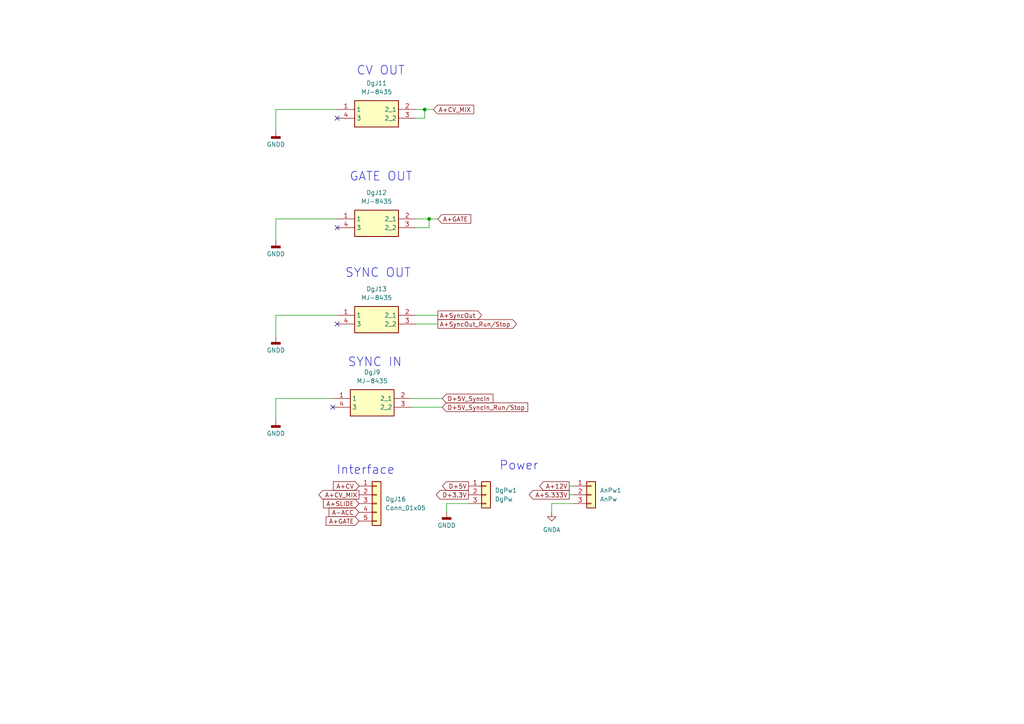
<source format=kicad_sch>
(kicad_sch (version 20231120) (generator "eeschema") (generator_version "8.0")
  (paper "A4")
  (lib_symbols
    (symbol "Connector_Generic:Conn_01x03" (pin_names (offset 1.016) hide)
      (property "Reference" "J" (at 0 5.08 0))
      (property "Value" "Conn_01x03" (at 0 -5.08 0))
      (symbol "Conn_01x03_1_1"
        (rectangle (start -1.27 -2.413) (end 0 -2.667) (stroke (width 0.1524)))
        (rectangle (start -1.27 0.127) (end 0 -0.127) (stroke (width 0.1524)))
        (rectangle (start -1.27 2.667) (end 0 2.413) (stroke (width 0.1524)))
        (rectangle (start -1.27 3.81) (end 1.27 -3.81) (stroke (width 0.254)) (fill (type background)))
        (pin passive line (at -5.08 2.54 0) (length 3.81) (name "Pin_1") (number "1"))
        (pin passive line (at -5.08 0 0) (length 3.81) (name "Pin_2") (number "2"))
        (pin passive line (at -5.08 -2.54 0) (length 3.81) (name "Pin_3") (number "3"))
      )
    )
    (symbol "Connector_Generic:Conn_01x05" (pin_names (offset 1.016) hide)
      (property "Reference" "J" (at 0 7.62 0))
      (property "Value" "Conn_01x05" (at 0 -7.62 0))
      (symbol "Conn_01x05_1_1"
        (rectangle (start -1.27 -4.953) (end 0 -5.207) (stroke (width 0.1524)))
        (rectangle (start -1.27 -2.413) (end 0 -2.667) (stroke (width 0.1524)))
        (rectangle (start -1.27 0.127) (end 0 -0.127) (stroke (width 0.1524)))
        (rectangle (start -1.27 2.667) (end 0 2.413) (stroke (width 0.1524)))
        (rectangle (start -1.27 5.207) (end 0 4.953) (stroke (width 0.1524)))
        (rectangle (start -1.27 6.35) (end 1.27 -6.35) (stroke (width 0.254)) (fill (type background)))
        (pin passive line (at -5.08 5.08 0) (length 3.81) (name "Pin_1") (number "1"))
        (pin passive line (at -5.08 2.54 0) (length 3.81) (name "Pin_2") (number "2"))
        (pin passive line (at -5.08 0 0) (length 3.81) (name "Pin_3") (number "3"))
        (pin passive line (at -5.08 -2.54 0) (length 3.81) (name "Pin_4") (number "4"))
        (pin passive line (at -5.08 -5.08 0) (length 3.81) (name "Pin_5") (number "5"))
      )
    )
    (symbol "SamacSys_Parts:MJ-8435"
      (property "Reference" "J" (at 19.05 7.62 0))
      (property "Value" "MJ-8435" (at 19.05 5.08 0))
      (symbol "MJ-8435_1_1"
        (rectangle (start 5.08 2.54) (end 17.78 -5.08) (stroke (width 0.254)) (fill (type background)))
        (pin passive line (at 0 0 0) (length 5.08) (name "1") (number "1"))
        (pin passive line (at 22.86 0 180) (length 5.08) (name "2_1") (number "2"))
        (pin passive line (at 22.86 -2.54 180) (length 5.08) (name "2_2") (number "3"))
        (pin passive line (at 0 -2.54 0) (length 5.08) (name "3") (number "4"))
      )
    )
    (symbol "power:GNDA" (power) (pin_numbers hide) (pin_names (offset 0) hide)
      (property "Value" "GNDA" (at 0 -3.81 0))
      (symbol "GNDA_0_1"
        (polyline (pts (xy 0 0) (xy 0 -1.27) (xy 1.27 -1.27) (xy 0 -2.54) (xy -1.27 -1.27) (xy 0 -1.27)))
      )
      (symbol "GNDA_1_1"
        (pin power_in line (at 0 0 270) (length 0) (name "~") (number "1"))
      )
    )
    (symbol "power:GNDD" (power) (pin_numbers hide) (pin_names (offset 0) hide)
      (property "Value" "GNDD" (at 0 -3.175 0))
      (symbol "GNDD_0_1"
        (rectangle (start -1.27 -1.524) (end 1.27 -2.032) (stroke (width 0.254)) (fill (type outline)))
        (polyline (pts (xy 0 0) (xy 0 -1.524)))
      )
      (symbol "GNDD_1_1"
        (pin power_in line (at 0 0 270) (length 0) (name "~") (number "1"))
      )
    )
  )
  (junction (at 123.19 31.75))
  (junction (at 124.46 63.5))
  (no_connect (at 97.79 93.98))
  (no_connect (at 97.79 34.29))
  (no_connect (at 97.79 66.04))
  (no_connect (at 96.52 118.11))
  (wire (pts (xy 123.19 34.29) (xy 123.19 31.75)))
  (wire (pts (xy 165.1 140.97) (xy 166.37 140.97)))
  (wire (pts (xy 80.01 63.5) (xy 80.01 69.85)))
  (wire (pts (xy 128.27 118.11) (xy 119.38 118.11)))
  (wire (pts (xy 80.01 31.75) (xy 80.01 38.1)))
  (wire (pts (xy 97.79 31.75) (xy 80.01 31.75)))
  (wire (pts (xy 97.79 63.5) (xy 80.01 63.5)))
  (wire (pts (xy 120.65 91.44) (xy 127 91.44)))
  (wire (pts (xy 124.46 63.5) (xy 127 63.5)))
  (wire (pts (xy 135.89 146.05) (xy 129.54 146.05)))
  (wire (pts (xy 160.02 146.05) (xy 160.02 148.59)))
  (wire (pts (xy 96.52 115.57) (xy 80.01 115.57)))
  (wire (pts (xy 125.73 31.75) (xy 123.19 31.75)))
  (wire (pts (xy 80.01 115.57) (xy 80.01 121.92)))
  (wire (pts (xy 80.01 91.44) (xy 80.01 97.79)))
  (wire (pts (xy 124.46 66.04) (xy 124.46 63.5)))
  (wire (pts (xy 120.65 34.29) (xy 123.19 34.29)))
  (wire (pts (xy 120.65 63.5) (xy 124.46 63.5)))
  (wire (pts (xy 120.65 66.04) (xy 124.46 66.04)))
  (wire (pts (xy 129.54 146.05) (xy 129.54 148.59)))
  (wire (pts (xy 165.1 143.51) (xy 166.37 143.51)))
  (wire (pts (xy 166.37 146.05) (xy 160.02 146.05)))
  (wire (pts (xy 119.38 115.57) (xy 128.27 115.57)))
  (wire (pts (xy 120.65 93.98) (xy 127 93.98)))
  (wire (pts (xy 97.79 91.44) (xy 80.01 91.44)))
  (wire (pts (xy 123.19 31.75) (xy 120.65 31.75)))
  (text "SYNC OUT" (at 100.076 79.248 0) (effects (font (size 2.54 2.54)) (justify left)))
  (text "CV OUT" (at 103.378 20.574 0) (effects (font (size 2.54 2.54)) (justify left)))
  (text "SYNC IN" (at 100.838 105.156 0) (effects (font (size 2.54 2.54)) (justify left)))
  (text "Interface" (at 97.536 136.398 0) (effects (font (size 2.54 2.54)) (justify left)))
  (text "GATE OUT" (at 101.346 51.308 0) (effects (font (size 2.54 2.54)) (justify left)))
  (text "Power" (at 144.78 135.128 0) (effects (font (size 2.54 2.54)) (justify left)))
  (global_label "A+SLIDE" (shape input) (at 104.14 146.05 180) (property "Intersheetrefs" "${INTERSHEET_REFS}" (effects (hide yes))))
  (global_label "A+5.333V" (shape output) (at 165.1 143.51 180) (property "Intersheetrefs" "${INTERSHEET_REFS}" (effects (hide yes))))
  (global_label "D+5V_SyncIn_Run/Stop" (shape input) (at 128.27 118.11 0) (property "Intersheetrefs" "${INTERSHEET_REFS}" (effects (hide yes))))
  (global_label "A+CV_MIX" (shape output) (at 104.14 143.51 180) (property "Intersheetrefs" "${INTERSHEET_REFS}" (effects (hide yes))))
  (global_label "A+SyncOut_Run{slash}Stop" (shape output) (at 127 93.98 0) (property "Intersheetrefs" "${INTERSHEET_REFS}" (effects (hide yes))))
  (global_label "A+GATE" (shape input) (at 104.14 151.13 180) (property "Intersheetrefs" "${INTERSHEET_REFS}" (effects (hide yes))))
  (global_label "D+3.3V" (shape output) (at 135.89 143.51 180) (property "Intersheetrefs" "${INTERSHEET_REFS}" (effects (hide yes))))
  (global_label "A+GATE" (shape input) (at 127 63.5 0) (property "Intersheetrefs" "${INTERSHEET_REFS}" (effects (hide yes))))
  (global_label "D+5V" (shape output) (at 135.89 140.97 180) (property "Intersheetrefs" "${INTERSHEET_REFS}" (effects (hide yes))))
  (global_label "A+CV_MIX" (shape input) (at 125.73 31.75 0) (property "Intersheetrefs" "${INTERSHEET_REFS}" (effects (hide yes))))
  (global_label "D+5V_SyncIn" (shape input) (at 128.27 115.57 0) (property "Intersheetrefs" "${INTERSHEET_REFS}" (effects (hide yes))))
  (global_label "A+CV" (shape input) (at 104.14 140.97 180) (property "Intersheetrefs" "${INTERSHEET_REFS}" (effects (hide yes))))
  (global_label "A+SyncOut" (shape output) (at 127 91.44 0) (property "Intersheetrefs" "${INTERSHEET_REFS}" (effects (hide yes))))
  (global_label "A-ACC" (shape input) (at 104.14 148.59 180) (property "Intersheetrefs" "${INTERSHEET_REFS}" (effects (hide yes))))
  (global_label "A+12V" (shape output) (at 165.1 140.97 180) (property "Intersheetrefs" "${INTERSHEET_REFS}" (effects (hide yes))))
  (symbol (lib_id "power:GNDD") (at 80.01 69.85 0) (unit 1)
    (property "Reference" "#PWR020" (effects (hide yes)))
    (property "Value" "GNDD" (at 80.01 73.66 0))
    (property "Description" "Power symbol creates a global label with name \"GNDD\" , digital ground" (effects (hide yes)))
  )
  (symbol (lib_id "power:GNDD") (at 80.01 97.79 0) (unit 1)
    (property "Reference" "#PWR021" (effects (hide yes)))
    (property "Value" "GNDD" (at 80.01 101.6 0))
    (property "Description" "Power symbol creates a global label with name \"GNDD\" , digital ground" (effects (hide yes)))
  )
  (symbol (lib_id "Connector_Generic:Conn_01x03") (at 140.97 143.51 0) (unit 1)
    (property "Reference" "DgPw1" (at 143.51 142.2399 0) (effects (justify left)))
    (property "Value" "DgPw" (at 143.51 144.7799 0) (effects (justify left)))
    (property "Footprint" "Connector_PinSocket_2.54mm:PinSocket_1x03_P2.54mm_Vertical" (effects (hide yes)))
    (property "Description" "Generic connector, single row, 01x03, script generated (kicad-library-utils/schlib/autogen/connector/)" (effects (hide yes)))
  )
  (symbol (lib_id "SamacSys_Parts:MJ-8435") (at 97.79 91.44 0) (unit 1)
    (property "Reference" "DgJ13" (at 109.22 83.82 0))
    (property "Value" "MJ-8435" (at 109.22 86.36 0))
    (property "Footprint" "MJ-8435" (effects (hide yes)))
    (property "Datasheet" "http://akizukidenshi.com/download/ds/marushin/mj8435.pdf" (effects (hide yes)))
    (property "Description" "3.5 earphone jack" (effects (hide yes)))
    (property "Manufacturer_Name" "Marushin Electric" (effects (hide yes)))
    (property "Manufacturer_Part_Number" "MJ-8435" (effects (hide yes)))
  )
  (symbol (lib_id "Connector_Generic:Conn_01x03") (at 171.45 143.51 0) (unit 1)
    (property "Reference" "AnPw1" (at 173.99 142.2399 0) (effects (justify left)))
    (property "Value" "AnPw" (at 173.99 144.7799 0) (effects (justify left)))
    (property "Footprint" "Connector_PinSocket_2.54mm:PinSocket_1x03_P2.54mm_Vertical" (effects (hide yes)))
    (property "Description" "Generic connector, single row, 01x03, script generated (kicad-library-utils/schlib/autogen/connector/)" (effects (hide yes)))
  )
  (symbol (lib_id "SamacSys_Parts:MJ-8435") (at 96.52 115.57 0) (unit 1)
    (property "Reference" "DgJ9" (at 107.95 107.95 0))
    (property "Value" "MJ-8435" (at 107.95 110.49 0))
    (property "Footprint" "MJ-8435" (effects (hide yes)))
    (property "Datasheet" "http://akizukidenshi.com/download/ds/marushin/mj8435.pdf" (effects (hide yes)))
    (property "Description" "3.5 earphone jack" (effects (hide yes)))
    (property "Manufacturer_Name" "Marushin Electric" (effects (hide yes)))
    (property "Manufacturer_Part_Number" "MJ-8435" (effects (hide yes)))
  )
  (symbol (lib_id "power:GNDD") (at 80.01 38.1 0) (unit 1)
    (property "Reference" "#PWR019" (effects (hide yes)))
    (property "Value" "GNDD" (at 80.01 41.91 0))
    (property "Description" "Power symbol creates a global label with name \"GNDD\" , digital ground" (effects (hide yes)))
  )
  (symbol (lib_id "Connector_Generic:Conn_01x05") (at 109.22 146.05 0) (unit 1)
    (property "Reference" "DgJ16" (at 111.76 144.7799 0) (effects (justify left)))
    (property "Value" "Conn_01x05" (at 111.76 147.3199 0) (effects (justify left)))
    (property "Footprint" "Connector_PinHeader_2.54mm:PinHeader_1x05_P2.54mm_Vertical" (effects (hide yes)))
    (property "Description" "Generic connector, single row, 01x05, script generated (kicad-library-utils/schlib/autogen/connector/)" (effects (hide yes)))
  )
  (symbol (lib_id "power:GNDD") (at 80.01 121.92 0) (unit 1)
    (property "Reference" "#PWR022" (effects (hide yes)))
    (property "Value" "GNDD" (at 80.01 125.73 0))
    (property "Description" "Power symbol creates a global label with name \"GNDD\" , digital ground" (effects (hide yes)))
  )
  (symbol (lib_id "SamacSys_Parts:MJ-8435") (at 97.79 31.75 0) (unit 1)
    (property "Reference" "DgJ11" (at 109.22 24.13 0))
    (property "Value" "MJ-8435" (at 109.22 26.67 0))
    (property "Footprint" "MJ-8435" (effects (hide yes)))
    (property "Datasheet" "http://akizukidenshi.com/download/ds/marushin/mj8435.pdf" (effects (hide yes)))
    (property "Description" "3.5 earphone jack" (effects (hide yes)))
    (property "Manufacturer_Name" "Marushin Electric" (effects (hide yes)))
    (property "Manufacturer_Part_Number" "MJ-8435" (effects (hide yes)))
  )
  (symbol (lib_id "power:GNDD") (at 129.54 148.59 0) (unit 1)
    (property "Reference" "#PWR023" (effects (hide yes)))
    (property "Value" "GNDD" (at 129.54 152.4 0))
    (property "Description" "Power symbol creates a global label with name \"GNDD\" , digital ground" (effects (hide yes)))
  )
  (symbol (lib_id "power:GNDA") (at 160.02 148.59 0) (unit 1)
    (property "Reference" "#PWR024" (effects (hide yes)))
    (property "Value" "GNDA" (at 160.02 153.67 0))
    (property "Description" "Power symbol creates a global label with name \"GNDA\" , analog ground" (effects (hide yes)))
  )
  (symbol (lib_id "SamacSys_Parts:MJ-8435") (at 97.79 63.5 0) (unit 1)
    (property "Reference" "DgJ12" (at 109.22 55.88 0))
    (property "Value" "MJ-8435" (at 109.22 58.42 0))
    (property "Footprint" "MJ-8435" (effects (hide yes)))
    (property "Datasheet" "http://akizukidenshi.com/download/ds/marushin/mj8435.pdf" (effects (hide yes)))
    (property "Description" "3.5 earphone jack" (effects (hide yes)))
    (property "Manufacturer_Name" "Marushin Electric" (effects (hide yes)))
    (property "Manufacturer_Part_Number" "MJ-8435" (effects (hide yes)))
  )
)
</source>
